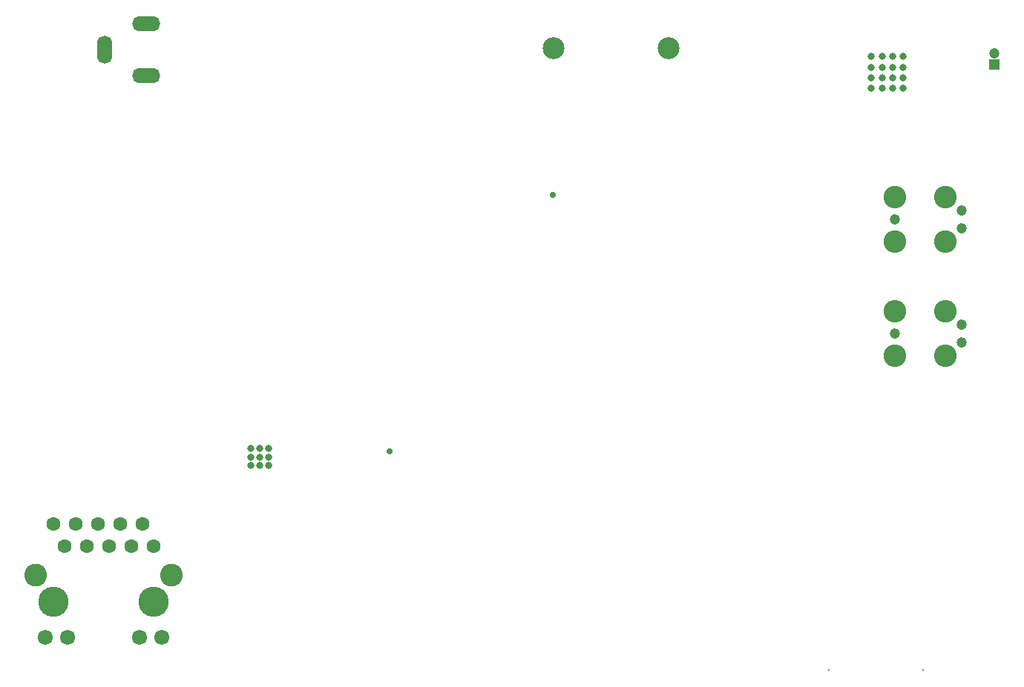
<source format=gbs>
G04*
G04 #@! TF.GenerationSoftware,Altium Limited,Altium Designer,19.1.8 (144)*
G04*
G04 Layer_Color=16711935*
%FSLAX25Y25*%
%MOIN*%
G70*
G01*
G75*
%ADD125R,0.04737X0.04737*%
%ADD209C,0.06784*%
%ADD210C,0.10249*%
%ADD211C,0.13595*%
%ADD212C,0.06312*%
%ADD213C,0.00800*%
%ADD214C,0.04737*%
%ADD215C,0.09855*%
%ADD216C,0.04700*%
%ADD217C,0.10150*%
%ADD218O,0.06737X0.12674*%
%ADD219O,0.12674X0.06737*%
%ADD220C,0.03162*%
%ADD221C,0.02769*%
%ADD222C,0.03200*%
D125*
X483213Y286500D02*
D03*
D209*
X109103Y28819D02*
D03*
X56898D02*
D03*
X99103D02*
D03*
X66898D02*
D03*
D210*
X113493Y56890D02*
D03*
X52508D02*
D03*
D211*
X105501Y44882D02*
D03*
X60501D02*
D03*
D212*
X105501Y69882D02*
D03*
X95501D02*
D03*
X100501Y79882D02*
D03*
X90501D02*
D03*
X65501Y69882D02*
D03*
X75501D02*
D03*
X85501D02*
D03*
X80501Y79882D02*
D03*
X70501D02*
D03*
X60501D02*
D03*
D213*
X451201Y14319D02*
D03*
X408799D02*
D03*
D214*
X483213Y291500D02*
D03*
D215*
X285134Y293843D02*
D03*
X336866D02*
D03*
D216*
X438500Y165500D02*
D03*
X468500Y169496D02*
D03*
Y161504D02*
D03*
Y213004D02*
D03*
Y220996D02*
D03*
X438500Y217000D02*
D03*
D217*
Y175500D02*
D03*
Y155500D02*
D03*
X461000Y175500D02*
D03*
Y155500D02*
D03*
Y207000D02*
D03*
Y227000D02*
D03*
X438500Y207000D02*
D03*
Y227000D02*
D03*
D218*
X83496Y293220D02*
D03*
D219*
X102000Y305031D02*
D03*
Y281410D02*
D03*
D220*
X153000Y110000D02*
D03*
Y106063D02*
D03*
X149063D02*
D03*
Y110000D02*
D03*
Y113937D02*
D03*
X153000D02*
D03*
X156937D02*
D03*
Y110000D02*
D03*
Y106063D02*
D03*
D221*
X211469Y112400D02*
D03*
X284783Y228000D02*
D03*
D222*
X427913Y275913D02*
D03*
Y280638D02*
D03*
Y285362D02*
D03*
Y290087D02*
D03*
X432638Y275913D02*
D03*
Y280638D02*
D03*
Y285362D02*
D03*
Y290087D02*
D03*
X437362Y275913D02*
D03*
Y280638D02*
D03*
Y285362D02*
D03*
Y290087D02*
D03*
X442087Y275913D02*
D03*
Y280638D02*
D03*
Y285362D02*
D03*
Y290087D02*
D03*
M02*

</source>
